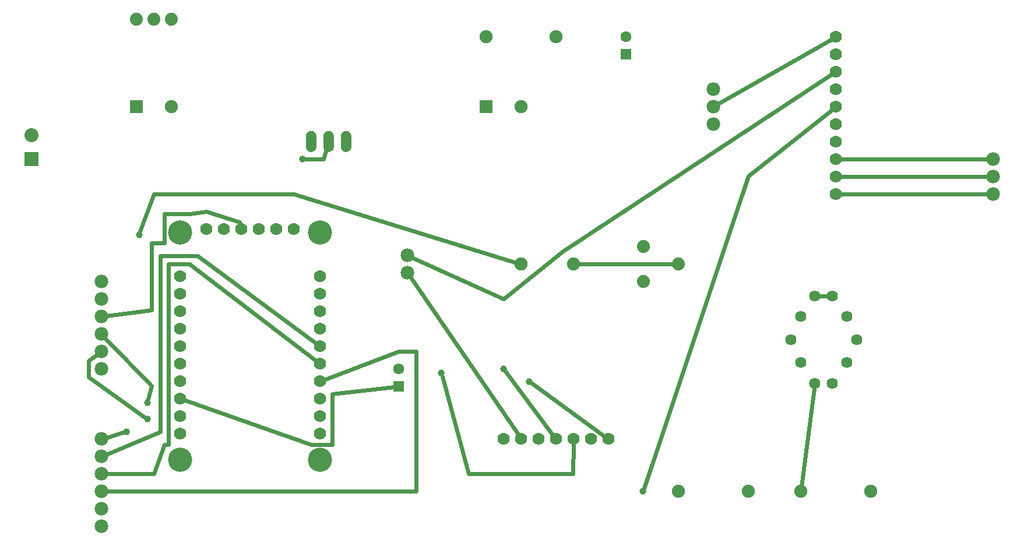
<source format=gtl>
G04 MADE WITH FRITZING*
G04 WWW.FRITZING.ORG*
G04 DOUBLE SIDED*
G04 HOLES PLATED*
G04 CONTOUR ON CENTER OF CONTOUR VECTOR*
%ASAXBY*%
%FSLAX23Y23*%
%MOIN*%
%OFA0B0*%
%SFA1.0B1.0*%
%ADD10C,0.138425*%
%ADD11C,0.070000*%
%ADD12C,0.060000*%
%ADD13C,0.075000*%
%ADD14C,0.074000*%
%ADD15C,0.062992*%
%ADD16C,0.080000*%
%ADD17C,0.064000*%
%ADD18C,0.078000*%
%ADD19C,0.039370*%
%ADD20R,0.075000X0.075000*%
%ADD21R,0.062992X0.062992*%
%ADD22R,0.080000X0.080000*%
%ADD23C,0.024000*%
%ADD24R,0.001000X0.001000*%
%LNCOPPER1*%
G90*
G70*
G54D10*
X1815Y2171D03*
X1815Y871D03*
G54D11*
X1665Y2191D03*
X1565Y2191D03*
X1465Y2191D03*
X1365Y2191D03*
X1265Y2191D03*
X1165Y2191D03*
X1815Y1021D03*
X1815Y1121D03*
X1815Y1221D03*
X1815Y1321D03*
X1815Y1421D03*
X1815Y1521D03*
X1815Y1621D03*
X1815Y1721D03*
X1815Y1821D03*
G54D10*
X1015Y871D03*
G54D11*
X1815Y1921D03*
G54D10*
X1015Y2171D03*
G54D11*
X1015Y1921D03*
X1015Y1821D03*
X1015Y1721D03*
X1015Y1621D03*
X1015Y1521D03*
X1015Y1421D03*
X1015Y1321D03*
X1015Y1221D03*
X1015Y1121D03*
X1015Y1021D03*
G54D12*
X1765Y2691D03*
X1865Y2691D03*
X1965Y2691D03*
X1765Y2691D03*
X1865Y2691D03*
X1965Y2691D03*
G54D13*
X2765Y2891D03*
X2965Y2891D03*
X765Y2891D03*
X965Y2891D03*
G54D14*
X765Y3391D03*
X865Y3391D03*
X965Y3391D03*
X765Y3391D03*
X865Y3391D03*
X965Y3391D03*
G54D15*
X3565Y3192D03*
X3565Y3291D03*
G54D13*
X2765Y3291D03*
X3165Y3291D03*
G54D16*
X165Y2591D03*
X165Y2729D03*
G54D17*
X4565Y1427D03*
X4647Y1809D03*
X4747Y1309D03*
X4829Y1691D03*
X4747Y1809D03*
X4829Y1427D03*
X4647Y1309D03*
X4510Y1559D03*
X4884Y1559D03*
X4565Y1691D03*
G54D13*
X3865Y691D03*
X4265Y691D03*
X4565Y691D03*
X4965Y691D03*
X2965Y1991D03*
X3265Y1991D03*
G54D14*
X3665Y2091D03*
X3665Y1891D03*
X3865Y1991D03*
X3665Y2091D03*
X3665Y1891D03*
X3865Y1991D03*
G54D15*
X2265Y1292D03*
X2265Y1391D03*
G54D18*
X2315Y2041D03*
X2315Y1941D03*
X565Y1891D03*
X565Y1791D03*
X565Y1691D03*
X565Y1591D03*
X565Y1491D03*
X565Y1391D03*
G54D11*
X4765Y2391D03*
X4765Y2491D03*
X4765Y2591D03*
X4765Y2691D03*
X4765Y2791D03*
X4765Y2891D03*
X4765Y2991D03*
X4765Y3091D03*
X4765Y3191D03*
X4765Y3291D03*
G54D18*
X4065Y2991D03*
X4065Y2891D03*
X4065Y2791D03*
X5665Y2591D03*
X5665Y2491D03*
X5665Y2391D03*
X565Y991D03*
X565Y891D03*
X565Y791D03*
X565Y691D03*
X565Y591D03*
X565Y491D03*
G54D19*
X829Y1199D03*
X709Y1031D03*
X829Y1103D03*
X3013Y1319D03*
X781Y2159D03*
X1717Y2591D03*
X2509Y1367D03*
G54D11*
X3465Y991D03*
X3365Y991D03*
X3265Y991D03*
X3165Y991D03*
X3065Y991D03*
X2965Y991D03*
X2865Y991D03*
G54D19*
X2865Y1391D03*
X3663Y691D03*
G54D20*
X2765Y2891D03*
X765Y2891D03*
G54D21*
X3565Y3192D03*
G54D22*
X165Y2591D03*
G54D21*
X2265Y1292D03*
G54D23*
X5635Y2591D02*
X4796Y2591D01*
D02*
X5635Y2491D02*
X4796Y2491D01*
D02*
X5635Y2391D02*
X4796Y2391D01*
D02*
X1044Y1211D02*
X1765Y959D01*
D02*
X1765Y959D02*
X1885Y959D01*
D02*
X1885Y959D02*
X1885Y1247D01*
D02*
X1885Y1247D02*
X2239Y1289D01*
D02*
X3294Y1991D02*
X3834Y1991D01*
D02*
X4643Y1278D02*
X4569Y719D01*
D02*
X1844Y1332D02*
X2265Y1491D01*
D02*
X2265Y1491D02*
X2365Y1491D01*
D02*
X2365Y1491D02*
X2365Y993D01*
D02*
X2365Y993D02*
X2365Y691D01*
D02*
X2365Y691D02*
X1165Y691D01*
D02*
X1165Y691D02*
X595Y691D01*
D02*
X1791Y1439D02*
X1069Y1991D01*
D02*
X1069Y1991D02*
X949Y1991D01*
D02*
X949Y1991D02*
X949Y959D01*
D02*
X949Y959D02*
X925Y959D01*
D02*
X925Y959D02*
X865Y791D01*
D02*
X865Y791D02*
X595Y791D01*
D02*
X1791Y1539D02*
X1117Y2039D01*
D02*
X1117Y2039D02*
X901Y2039D01*
D02*
X901Y2039D02*
X901Y1031D01*
D02*
X901Y1031D02*
X593Y902D01*
D02*
X833Y1218D02*
X853Y1295D01*
D02*
X853Y1295D02*
X586Y1569D01*
D02*
X690Y1026D02*
X594Y999D01*
D02*
X2343Y2028D02*
X2865Y1791D01*
D02*
X4740Y3074D02*
X3205Y2063D01*
D02*
X3205Y2063D02*
X2865Y1791D01*
D02*
X813Y1114D02*
X493Y1343D01*
D02*
X493Y1343D02*
X493Y1439D01*
D02*
X493Y1439D02*
X541Y1473D01*
D02*
X4716Y1809D02*
X4678Y1809D01*
D02*
X595Y1695D02*
X853Y1727D01*
D02*
X853Y1727D02*
X853Y2111D01*
D02*
X853Y2111D02*
X925Y2111D01*
D02*
X925Y2111D02*
X925Y2279D01*
D02*
X925Y2279D02*
X1069Y2279D01*
D02*
X1166Y2290D02*
X1357Y2231D01*
D02*
X1069Y2279D02*
X1166Y2290D01*
D02*
X1357Y2231D02*
X1359Y2221D01*
D02*
X4739Y3275D02*
X4091Y2906D01*
D02*
X787Y2177D02*
X865Y2391D01*
D02*
X865Y2391D02*
X1665Y2391D01*
D02*
X1665Y2391D02*
X2938Y1999D01*
D02*
X1736Y2591D02*
X1837Y2591D01*
D02*
X1837Y2591D02*
X1857Y2661D01*
D02*
X3028Y1308D02*
X3440Y1009D01*
D02*
X2877Y1376D02*
X3147Y1015D01*
D02*
X3263Y790D02*
X2667Y790D01*
D02*
X2667Y790D02*
X2514Y1349D01*
D02*
X3265Y960D02*
X3263Y790D01*
D02*
X2332Y1916D02*
X2948Y1016D01*
D02*
X4265Y2493D02*
X4741Y2872D01*
D02*
X3669Y709D02*
X4265Y2493D01*
G54D24*
X1758Y2751D02*
X1771Y2751D01*
X1858Y2751D02*
X1871Y2751D01*
X1958Y2751D02*
X1971Y2751D01*
X1755Y2750D02*
X1774Y2750D01*
X1855Y2750D02*
X1874Y2750D01*
X1955Y2750D02*
X1974Y2750D01*
X1753Y2749D02*
X1777Y2749D01*
X1853Y2749D02*
X1877Y2749D01*
X1953Y2749D02*
X1977Y2749D01*
X1751Y2748D02*
X1779Y2748D01*
X1851Y2748D02*
X1879Y2748D01*
X1951Y2748D02*
X1979Y2748D01*
X1749Y2747D02*
X1781Y2747D01*
X1849Y2747D02*
X1881Y2747D01*
X1949Y2747D02*
X1981Y2747D01*
X1748Y2746D02*
X1782Y2746D01*
X1848Y2746D02*
X1882Y2746D01*
X1948Y2746D02*
X1982Y2746D01*
X1746Y2745D02*
X1783Y2745D01*
X1846Y2745D02*
X1883Y2745D01*
X1946Y2745D02*
X1983Y2745D01*
X1745Y2744D02*
X1784Y2744D01*
X1845Y2744D02*
X1884Y2744D01*
X1945Y2744D02*
X1984Y2744D01*
X1744Y2743D02*
X1785Y2743D01*
X1844Y2743D02*
X1885Y2743D01*
X1944Y2743D02*
X1985Y2743D01*
X1743Y2742D02*
X1786Y2742D01*
X1843Y2742D02*
X1886Y2742D01*
X1943Y2742D02*
X1986Y2742D01*
X1742Y2741D02*
X1787Y2741D01*
X1842Y2741D02*
X1887Y2741D01*
X1942Y2741D02*
X1987Y2741D01*
X1741Y2740D02*
X1788Y2740D01*
X1841Y2740D02*
X1888Y2740D01*
X1941Y2740D02*
X1988Y2740D01*
X1741Y2739D02*
X1789Y2739D01*
X1841Y2739D02*
X1889Y2739D01*
X1941Y2739D02*
X1989Y2739D01*
X1740Y2738D02*
X1790Y2738D01*
X1840Y2738D02*
X1890Y2738D01*
X1940Y2738D02*
X1990Y2738D01*
X1739Y2737D02*
X1790Y2737D01*
X1839Y2737D02*
X1890Y2737D01*
X1939Y2737D02*
X1990Y2737D01*
X1739Y2736D02*
X1791Y2736D01*
X1839Y2736D02*
X1891Y2736D01*
X1939Y2736D02*
X1991Y2736D01*
X1738Y2735D02*
X1791Y2735D01*
X1838Y2735D02*
X1891Y2735D01*
X1938Y2735D02*
X1991Y2735D01*
X1738Y2734D02*
X1792Y2734D01*
X1838Y2734D02*
X1892Y2734D01*
X1938Y2734D02*
X1992Y2734D01*
X1737Y2733D02*
X1792Y2733D01*
X1837Y2733D02*
X1892Y2733D01*
X1937Y2733D02*
X1992Y2733D01*
X1737Y2732D02*
X1792Y2732D01*
X1837Y2732D02*
X1892Y2732D01*
X1937Y2732D02*
X1992Y2732D01*
X1737Y2731D02*
X1793Y2731D01*
X1837Y2731D02*
X1893Y2731D01*
X1937Y2731D02*
X1993Y2731D01*
X1736Y2730D02*
X1793Y2730D01*
X1836Y2730D02*
X1893Y2730D01*
X1936Y2730D02*
X1993Y2730D01*
X1736Y2729D02*
X1793Y2729D01*
X1836Y2729D02*
X1893Y2729D01*
X1936Y2729D02*
X1993Y2729D01*
X1736Y2728D02*
X1794Y2728D01*
X1836Y2728D02*
X1894Y2728D01*
X1936Y2728D02*
X1994Y2728D01*
X1736Y2727D02*
X1794Y2727D01*
X1836Y2727D02*
X1894Y2727D01*
X1936Y2727D02*
X1994Y2727D01*
X1736Y2726D02*
X1794Y2726D01*
X1836Y2726D02*
X1894Y2726D01*
X1936Y2726D02*
X1994Y2726D01*
X1735Y2725D02*
X1794Y2725D01*
X1835Y2725D02*
X1894Y2725D01*
X1935Y2725D02*
X1994Y2725D01*
X1735Y2724D02*
X1794Y2724D01*
X1835Y2724D02*
X1894Y2724D01*
X1935Y2724D02*
X1994Y2724D01*
X1735Y2723D02*
X1794Y2723D01*
X1835Y2723D02*
X1894Y2723D01*
X1935Y2723D02*
X1994Y2723D01*
X1735Y2722D02*
X1794Y2722D01*
X1835Y2722D02*
X1894Y2722D01*
X1935Y2722D02*
X1994Y2722D01*
X1735Y2721D02*
X1794Y2721D01*
X1835Y2721D02*
X1894Y2721D01*
X1935Y2721D02*
X1994Y2721D01*
X1735Y2720D02*
X1794Y2720D01*
X1835Y2720D02*
X1894Y2720D01*
X1935Y2720D02*
X1994Y2720D01*
X1735Y2719D02*
X1794Y2719D01*
X1835Y2719D02*
X1894Y2719D01*
X1935Y2719D02*
X1994Y2719D01*
X1735Y2718D02*
X1794Y2718D01*
X1835Y2718D02*
X1894Y2718D01*
X1935Y2718D02*
X1994Y2718D01*
X1735Y2717D02*
X1794Y2717D01*
X1835Y2717D02*
X1894Y2717D01*
X1935Y2717D02*
X1994Y2717D01*
X1735Y2716D02*
X1794Y2716D01*
X1835Y2716D02*
X1894Y2716D01*
X1935Y2716D02*
X1994Y2716D01*
X1735Y2715D02*
X1794Y2715D01*
X1835Y2715D02*
X1894Y2715D01*
X1935Y2715D02*
X1994Y2715D01*
X1735Y2714D02*
X1794Y2714D01*
X1835Y2714D02*
X1894Y2714D01*
X1935Y2714D02*
X1994Y2714D01*
X1735Y2713D02*
X1794Y2713D01*
X1835Y2713D02*
X1894Y2713D01*
X1935Y2713D02*
X1994Y2713D01*
X1735Y2712D02*
X1794Y2712D01*
X1835Y2712D02*
X1894Y2712D01*
X1935Y2712D02*
X1994Y2712D01*
X1735Y2711D02*
X1759Y2711D01*
X1771Y2711D02*
X1794Y2711D01*
X1835Y2711D02*
X1859Y2711D01*
X1871Y2711D02*
X1894Y2711D01*
X1935Y2711D02*
X1959Y2711D01*
X1971Y2711D02*
X1994Y2711D01*
X1735Y2710D02*
X1756Y2710D01*
X1774Y2710D02*
X1794Y2710D01*
X1835Y2710D02*
X1856Y2710D01*
X1874Y2710D02*
X1894Y2710D01*
X1935Y2710D02*
X1956Y2710D01*
X1974Y2710D02*
X1994Y2710D01*
X1735Y2709D02*
X1754Y2709D01*
X1775Y2709D02*
X1794Y2709D01*
X1835Y2709D02*
X1854Y2709D01*
X1875Y2709D02*
X1894Y2709D01*
X1935Y2709D02*
X1954Y2709D01*
X1975Y2709D02*
X1994Y2709D01*
X1735Y2708D02*
X1753Y2708D01*
X1777Y2708D02*
X1794Y2708D01*
X1835Y2708D02*
X1853Y2708D01*
X1877Y2708D02*
X1894Y2708D01*
X1935Y2708D02*
X1953Y2708D01*
X1977Y2708D02*
X1994Y2708D01*
X1735Y2707D02*
X1751Y2707D01*
X1778Y2707D02*
X1794Y2707D01*
X1835Y2707D02*
X1851Y2707D01*
X1878Y2707D02*
X1894Y2707D01*
X1935Y2707D02*
X1951Y2707D01*
X1978Y2707D02*
X1994Y2707D01*
X1735Y2706D02*
X1750Y2706D01*
X1779Y2706D02*
X1794Y2706D01*
X1835Y2706D02*
X1850Y2706D01*
X1879Y2706D02*
X1894Y2706D01*
X1935Y2706D02*
X1950Y2706D01*
X1979Y2706D02*
X1994Y2706D01*
X1735Y2705D02*
X1749Y2705D01*
X1780Y2705D02*
X1794Y2705D01*
X1835Y2705D02*
X1849Y2705D01*
X1880Y2705D02*
X1894Y2705D01*
X1935Y2705D02*
X1949Y2705D01*
X1980Y2705D02*
X1994Y2705D01*
X1735Y2704D02*
X1749Y2704D01*
X1781Y2704D02*
X1794Y2704D01*
X1835Y2704D02*
X1849Y2704D01*
X1881Y2704D02*
X1894Y2704D01*
X1935Y2704D02*
X1949Y2704D01*
X1981Y2704D02*
X1994Y2704D01*
X1735Y2703D02*
X1748Y2703D01*
X1782Y2703D02*
X1794Y2703D01*
X1835Y2703D02*
X1848Y2703D01*
X1882Y2703D02*
X1894Y2703D01*
X1935Y2703D02*
X1948Y2703D01*
X1982Y2703D02*
X1994Y2703D01*
X1735Y2702D02*
X1747Y2702D01*
X1782Y2702D02*
X1794Y2702D01*
X1835Y2702D02*
X1847Y2702D01*
X1882Y2702D02*
X1894Y2702D01*
X1935Y2702D02*
X1947Y2702D01*
X1982Y2702D02*
X1994Y2702D01*
X1735Y2701D02*
X1747Y2701D01*
X1783Y2701D02*
X1794Y2701D01*
X1835Y2701D02*
X1847Y2701D01*
X1883Y2701D02*
X1894Y2701D01*
X1935Y2701D02*
X1947Y2701D01*
X1983Y2701D02*
X1994Y2701D01*
X1735Y2700D02*
X1746Y2700D01*
X1783Y2700D02*
X1794Y2700D01*
X1835Y2700D02*
X1846Y2700D01*
X1883Y2700D02*
X1894Y2700D01*
X1935Y2700D02*
X1946Y2700D01*
X1983Y2700D02*
X1994Y2700D01*
X1735Y2699D02*
X1746Y2699D01*
X1784Y2699D02*
X1794Y2699D01*
X1835Y2699D02*
X1846Y2699D01*
X1884Y2699D02*
X1894Y2699D01*
X1935Y2699D02*
X1946Y2699D01*
X1984Y2699D02*
X1994Y2699D01*
X1735Y2698D02*
X1745Y2698D01*
X1784Y2698D02*
X1794Y2698D01*
X1835Y2698D02*
X1845Y2698D01*
X1884Y2698D02*
X1894Y2698D01*
X1935Y2698D02*
X1945Y2698D01*
X1984Y2698D02*
X1994Y2698D01*
X1735Y2697D02*
X1745Y2697D01*
X1785Y2697D02*
X1794Y2697D01*
X1835Y2697D02*
X1845Y2697D01*
X1885Y2697D02*
X1894Y2697D01*
X1935Y2697D02*
X1945Y2697D01*
X1985Y2697D02*
X1994Y2697D01*
X1735Y2696D02*
X1745Y2696D01*
X1785Y2696D02*
X1794Y2696D01*
X1835Y2696D02*
X1845Y2696D01*
X1885Y2696D02*
X1894Y2696D01*
X1935Y2696D02*
X1945Y2696D01*
X1985Y2696D02*
X1994Y2696D01*
X1735Y2695D02*
X1745Y2695D01*
X1785Y2695D02*
X1794Y2695D01*
X1835Y2695D02*
X1845Y2695D01*
X1885Y2695D02*
X1894Y2695D01*
X1935Y2695D02*
X1945Y2695D01*
X1985Y2695D02*
X1994Y2695D01*
X1735Y2694D02*
X1744Y2694D01*
X1785Y2694D02*
X1794Y2694D01*
X1835Y2694D02*
X1844Y2694D01*
X1885Y2694D02*
X1894Y2694D01*
X1935Y2694D02*
X1944Y2694D01*
X1985Y2694D02*
X1994Y2694D01*
X1735Y2693D02*
X1744Y2693D01*
X1785Y2693D02*
X1794Y2693D01*
X1835Y2693D02*
X1844Y2693D01*
X1885Y2693D02*
X1894Y2693D01*
X1935Y2693D02*
X1944Y2693D01*
X1985Y2693D02*
X1994Y2693D01*
X1735Y2692D02*
X1744Y2692D01*
X1785Y2692D02*
X1794Y2692D01*
X1835Y2692D02*
X1844Y2692D01*
X1885Y2692D02*
X1894Y2692D01*
X1935Y2692D02*
X1944Y2692D01*
X1985Y2692D02*
X1994Y2692D01*
X1735Y2691D02*
X1744Y2691D01*
X1785Y2691D02*
X1794Y2691D01*
X1835Y2691D02*
X1844Y2691D01*
X1885Y2691D02*
X1894Y2691D01*
X1935Y2691D02*
X1944Y2691D01*
X1985Y2691D02*
X1994Y2691D01*
X1735Y2690D02*
X1744Y2690D01*
X1785Y2690D02*
X1794Y2690D01*
X1835Y2690D02*
X1844Y2690D01*
X1885Y2690D02*
X1894Y2690D01*
X1935Y2690D02*
X1944Y2690D01*
X1985Y2690D02*
X1994Y2690D01*
X1735Y2689D02*
X1745Y2689D01*
X1785Y2689D02*
X1794Y2689D01*
X1835Y2689D02*
X1845Y2689D01*
X1885Y2689D02*
X1894Y2689D01*
X1935Y2689D02*
X1945Y2689D01*
X1985Y2689D02*
X1994Y2689D01*
X1735Y2688D02*
X1745Y2688D01*
X1785Y2688D02*
X1794Y2688D01*
X1835Y2688D02*
X1845Y2688D01*
X1885Y2688D02*
X1894Y2688D01*
X1935Y2688D02*
X1945Y2688D01*
X1985Y2688D02*
X1994Y2688D01*
X1735Y2687D02*
X1745Y2687D01*
X1785Y2687D02*
X1794Y2687D01*
X1835Y2687D02*
X1845Y2687D01*
X1885Y2687D02*
X1894Y2687D01*
X1935Y2687D02*
X1945Y2687D01*
X1985Y2687D02*
X1994Y2687D01*
X1735Y2686D02*
X1745Y2686D01*
X1784Y2686D02*
X1794Y2686D01*
X1835Y2686D02*
X1845Y2686D01*
X1884Y2686D02*
X1894Y2686D01*
X1935Y2686D02*
X1945Y2686D01*
X1984Y2686D02*
X1994Y2686D01*
X1735Y2685D02*
X1746Y2685D01*
X1784Y2685D02*
X1794Y2685D01*
X1835Y2685D02*
X1846Y2685D01*
X1884Y2685D02*
X1894Y2685D01*
X1935Y2685D02*
X1946Y2685D01*
X1984Y2685D02*
X1994Y2685D01*
X1735Y2684D02*
X1746Y2684D01*
X1784Y2684D02*
X1794Y2684D01*
X1835Y2684D02*
X1846Y2684D01*
X1884Y2684D02*
X1894Y2684D01*
X1935Y2684D02*
X1946Y2684D01*
X1984Y2684D02*
X1994Y2684D01*
X1735Y2683D02*
X1746Y2683D01*
X1783Y2683D02*
X1794Y2683D01*
X1835Y2683D02*
X1846Y2683D01*
X1883Y2683D02*
X1894Y2683D01*
X1935Y2683D02*
X1946Y2683D01*
X1983Y2683D02*
X1994Y2683D01*
X1735Y2682D02*
X1747Y2682D01*
X1783Y2682D02*
X1794Y2682D01*
X1835Y2682D02*
X1847Y2682D01*
X1883Y2682D02*
X1894Y2682D01*
X1935Y2682D02*
X1947Y2682D01*
X1983Y2682D02*
X1994Y2682D01*
X1735Y2681D02*
X1748Y2681D01*
X1782Y2681D02*
X1794Y2681D01*
X1835Y2681D02*
X1848Y2681D01*
X1882Y2681D02*
X1894Y2681D01*
X1935Y2681D02*
X1948Y2681D01*
X1982Y2681D02*
X1994Y2681D01*
X1735Y2680D02*
X1748Y2680D01*
X1781Y2680D02*
X1794Y2680D01*
X1835Y2680D02*
X1848Y2680D01*
X1881Y2680D02*
X1894Y2680D01*
X1935Y2680D02*
X1948Y2680D01*
X1981Y2680D02*
X1994Y2680D01*
X1735Y2679D02*
X1749Y2679D01*
X1780Y2679D02*
X1794Y2679D01*
X1835Y2679D02*
X1849Y2679D01*
X1880Y2679D02*
X1894Y2679D01*
X1935Y2679D02*
X1949Y2679D01*
X1980Y2679D02*
X1994Y2679D01*
X1735Y2678D02*
X1750Y2678D01*
X1780Y2678D02*
X1794Y2678D01*
X1835Y2678D02*
X1850Y2678D01*
X1880Y2678D02*
X1894Y2678D01*
X1935Y2678D02*
X1950Y2678D01*
X1980Y2678D02*
X1994Y2678D01*
X1735Y2677D02*
X1751Y2677D01*
X1779Y2677D02*
X1794Y2677D01*
X1835Y2677D02*
X1851Y2677D01*
X1879Y2677D02*
X1894Y2677D01*
X1935Y2677D02*
X1951Y2677D01*
X1979Y2677D02*
X1994Y2677D01*
X1735Y2676D02*
X1752Y2676D01*
X1777Y2676D02*
X1794Y2676D01*
X1835Y2676D02*
X1852Y2676D01*
X1877Y2676D02*
X1894Y2676D01*
X1935Y2676D02*
X1952Y2676D01*
X1977Y2676D02*
X1994Y2676D01*
X1735Y2675D02*
X1754Y2675D01*
X1776Y2675D02*
X1794Y2675D01*
X1835Y2675D02*
X1854Y2675D01*
X1876Y2675D02*
X1894Y2675D01*
X1935Y2675D02*
X1954Y2675D01*
X1976Y2675D02*
X1994Y2675D01*
X1735Y2674D02*
X1755Y2674D01*
X1774Y2674D02*
X1794Y2674D01*
X1835Y2674D02*
X1855Y2674D01*
X1874Y2674D02*
X1894Y2674D01*
X1935Y2674D02*
X1955Y2674D01*
X1974Y2674D02*
X1994Y2674D01*
X1735Y2673D02*
X1758Y2673D01*
X1772Y2673D02*
X1794Y2673D01*
X1835Y2673D02*
X1858Y2673D01*
X1872Y2673D02*
X1894Y2673D01*
X1935Y2673D02*
X1958Y2673D01*
X1972Y2673D02*
X1994Y2673D01*
X1735Y2672D02*
X1763Y2672D01*
X1767Y2672D02*
X1794Y2672D01*
X1835Y2672D02*
X1863Y2672D01*
X1867Y2672D02*
X1894Y2672D01*
X1935Y2672D02*
X1963Y2672D01*
X1967Y2672D02*
X1994Y2672D01*
X1735Y2671D02*
X1794Y2671D01*
X1835Y2671D02*
X1894Y2671D01*
X1935Y2671D02*
X1994Y2671D01*
X1735Y2670D02*
X1794Y2670D01*
X1835Y2670D02*
X1894Y2670D01*
X1935Y2670D02*
X1994Y2670D01*
X1735Y2669D02*
X1794Y2669D01*
X1835Y2669D02*
X1894Y2669D01*
X1935Y2669D02*
X1994Y2669D01*
X1735Y2668D02*
X1794Y2668D01*
X1835Y2668D02*
X1894Y2668D01*
X1935Y2668D02*
X1994Y2668D01*
X1735Y2667D02*
X1794Y2667D01*
X1835Y2667D02*
X1894Y2667D01*
X1935Y2667D02*
X1994Y2667D01*
X1735Y2666D02*
X1794Y2666D01*
X1835Y2666D02*
X1894Y2666D01*
X1935Y2666D02*
X1994Y2666D01*
X1735Y2665D02*
X1794Y2665D01*
X1835Y2665D02*
X1894Y2665D01*
X1935Y2665D02*
X1994Y2665D01*
X1735Y2664D02*
X1794Y2664D01*
X1835Y2664D02*
X1894Y2664D01*
X1935Y2664D02*
X1994Y2664D01*
X1735Y2663D02*
X1794Y2663D01*
X1835Y2663D02*
X1894Y2663D01*
X1935Y2663D02*
X1994Y2663D01*
X1735Y2662D02*
X1794Y2662D01*
X1835Y2662D02*
X1894Y2662D01*
X1935Y2662D02*
X1994Y2662D01*
X1735Y2661D02*
X1794Y2661D01*
X1835Y2661D02*
X1894Y2661D01*
X1935Y2661D02*
X1994Y2661D01*
X1735Y2660D02*
X1794Y2660D01*
X1835Y2660D02*
X1894Y2660D01*
X1935Y2660D02*
X1994Y2660D01*
X1735Y2659D02*
X1794Y2659D01*
X1835Y2659D02*
X1894Y2659D01*
X1935Y2659D02*
X1994Y2659D01*
X1736Y2658D02*
X1794Y2658D01*
X1836Y2658D02*
X1894Y2658D01*
X1936Y2658D02*
X1994Y2658D01*
X1736Y2657D02*
X1794Y2657D01*
X1836Y2657D02*
X1894Y2657D01*
X1936Y2657D02*
X1994Y2657D01*
X1736Y2656D02*
X1794Y2656D01*
X1836Y2656D02*
X1894Y2656D01*
X1936Y2656D02*
X1994Y2656D01*
X1736Y2655D02*
X1793Y2655D01*
X1836Y2655D02*
X1893Y2655D01*
X1936Y2655D02*
X1993Y2655D01*
X1736Y2654D02*
X1793Y2654D01*
X1836Y2654D02*
X1893Y2654D01*
X1936Y2654D02*
X1993Y2654D01*
X1737Y2653D02*
X1793Y2653D01*
X1837Y2653D02*
X1893Y2653D01*
X1937Y2653D02*
X1993Y2653D01*
X1737Y2652D02*
X1793Y2652D01*
X1837Y2652D02*
X1893Y2652D01*
X1937Y2652D02*
X1993Y2652D01*
X1737Y2651D02*
X1792Y2651D01*
X1837Y2651D02*
X1892Y2651D01*
X1937Y2651D02*
X1992Y2651D01*
X1738Y2650D02*
X1792Y2650D01*
X1838Y2650D02*
X1892Y2650D01*
X1938Y2650D02*
X1992Y2650D01*
X1738Y2649D02*
X1791Y2649D01*
X1838Y2649D02*
X1891Y2649D01*
X1938Y2649D02*
X1991Y2649D01*
X1739Y2648D02*
X1791Y2648D01*
X1839Y2648D02*
X1891Y2648D01*
X1939Y2648D02*
X1991Y2648D01*
X1739Y2647D02*
X1790Y2647D01*
X1839Y2647D02*
X1890Y2647D01*
X1939Y2647D02*
X1990Y2647D01*
X1740Y2646D02*
X1790Y2646D01*
X1840Y2646D02*
X1890Y2646D01*
X1940Y2646D02*
X1990Y2646D01*
X1740Y2645D02*
X1789Y2645D01*
X1840Y2645D02*
X1889Y2645D01*
X1940Y2645D02*
X1989Y2645D01*
X1741Y2644D02*
X1788Y2644D01*
X1841Y2644D02*
X1888Y2644D01*
X1941Y2644D02*
X1988Y2644D01*
X1742Y2643D02*
X1788Y2643D01*
X1842Y2643D02*
X1888Y2643D01*
X1942Y2643D02*
X1988Y2643D01*
X1743Y2642D02*
X1787Y2642D01*
X1843Y2642D02*
X1887Y2642D01*
X1943Y2642D02*
X1987Y2642D01*
X1744Y2641D02*
X1786Y2641D01*
X1844Y2641D02*
X1886Y2641D01*
X1944Y2641D02*
X1986Y2641D01*
X1745Y2640D02*
X1785Y2640D01*
X1845Y2640D02*
X1885Y2640D01*
X1945Y2640D02*
X1985Y2640D01*
X1746Y2639D02*
X1784Y2639D01*
X1846Y2639D02*
X1884Y2639D01*
X1946Y2639D02*
X1984Y2639D01*
X1747Y2638D02*
X1782Y2638D01*
X1847Y2638D02*
X1882Y2638D01*
X1947Y2638D02*
X1982Y2638D01*
X1748Y2637D02*
X1781Y2637D01*
X1848Y2637D02*
X1881Y2637D01*
X1948Y2637D02*
X1981Y2637D01*
X1750Y2636D02*
X1779Y2636D01*
X1850Y2636D02*
X1879Y2636D01*
X1950Y2636D02*
X1979Y2636D01*
X1752Y2635D02*
X1778Y2635D01*
X1852Y2635D02*
X1878Y2635D01*
X1952Y2635D02*
X1978Y2635D01*
X1754Y2634D02*
X1775Y2634D01*
X1854Y2634D02*
X1875Y2634D01*
X1954Y2634D02*
X1975Y2634D01*
X1757Y2633D02*
X1772Y2633D01*
X1857Y2633D02*
X1872Y2633D01*
X1957Y2633D02*
X1972Y2633D01*
X1762Y2632D02*
X1767Y2632D01*
X1862Y2632D02*
X1867Y2632D01*
X1962Y2632D02*
X1967Y2632D01*
D02*
G04 End of Copper1*
M02*
</source>
